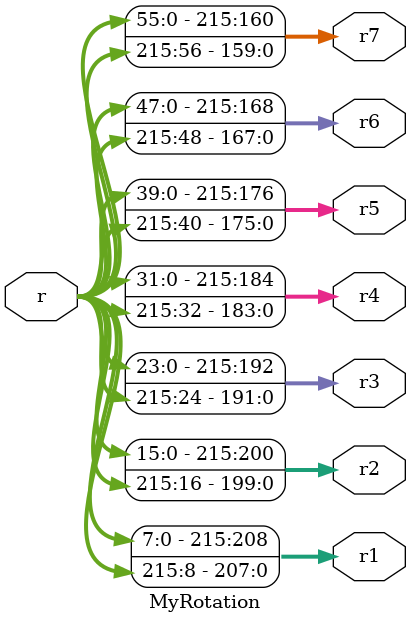
<source format=v>
/*
* -----------------------------------------------------------------
* AUTHOR  : Aein Rezaei Shahmirzadi (aein.rezaeishahmirzadi@rub.de)
* DOCUMENT: "Low-Latency and Low-Randomness Second-Order Masked Cubic Functions", TCHES 2023, Issue 1.
* -----------------------------------------------------------------
*
* Copyright (c) 2021, Aein Rezaei Shahmirzadi
*
* All rights reserved.
*
* THIS SOFTWARE IS PROVIDED BY THE COPYRIGHT HOLDERS AND CONTRIBUTORS "AS IS" AND
* ANY EXPRESS OR IMPLIED WARRANTIES, INCLUDING, BUT NOT LIMITED TO, THE IMPLIED
* WARRANTIES OF MERCHANTABILITY AND FITNESS FOR A PARTICULAR PURPOSE ARE
* DISCLAIMED. IN NO EVENT SHALL THE COPYRIGHT HOLDER OR CONTRIBUTERS BE LIABLE FOR ANY
* DIRECT, INDIRECT, INCIDENTAL, SPECIAL, EXEMPLARY, OR CONSEQUENTIAL DAMAGES
* (INCLUDING, BUT NOT LIMITED TO, PROCUREMENT OF SUBSTITUTE GOODS OR SERVICES;
* LOSS OF USE, DATA, OR PROFITS; OR BUSINESS INTERRUPTION) HOWEVER CAUSED AND
* ON ANY THEORY OF LIABILITY, WHETHER IN CONTRACT, STRICT LIABILITY, OR TORT
* (INCLUDING NEGLIGENCE OR OTHERWISE) ARISING IN ANY WAY OUT OF THE USE OF THIS
* SOFTWARE, EVEN IF ADVISED OF THE POSSIBILITY OF SUCH DAMAGE.
*
* Please see LICENSE and README for license and further instructions.
*/

module MyRotation(
    input  [215:0] r,
    output [215:0] r1,
    output [215:0] r2,
    output [215:0] r3,
    output [215:0] r4,
    output [215:0] r5,
    output [215:0] r6,
    output [215:0] r7 );
	 
	 
	 assign r1  = {r[7 :0],   r[215:8]};
	 assign r2  = {r1[7 :0], r1[215:8]};
	 assign r3  = {r2[7 :0], r2[215:8]};
	 assign r4  = {r3[7 :0], r3[215:8]};
	 assign r5  = {r4[7 :0], r4[215:8]};
	 assign r6  = {r5[7 :0], r5[215:8]};
	 assign r7  = {r6[7 :0], r6[215:8]};



endmodule

</source>
